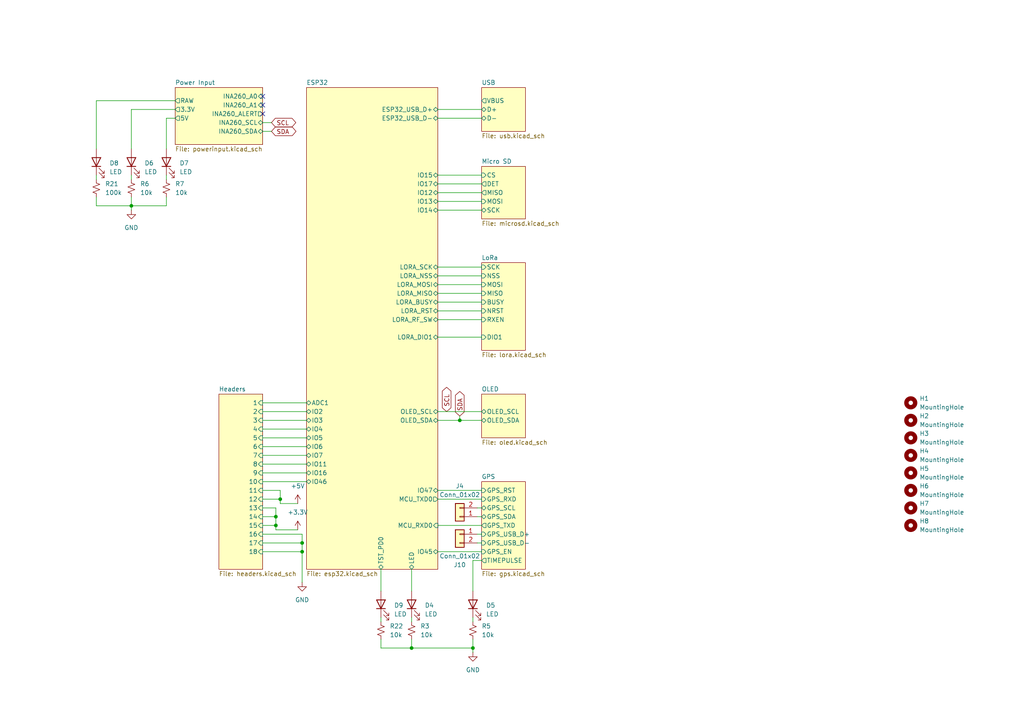
<source format=kicad_sch>
(kicad_sch (version 20250114) (generator "eeschema") (generator_version "9.0")
  (paper "A4")
  (lib_symbols
    (symbol "Connector_Generic:Conn_01x02" (pin_names (offset 1.016) (hide yes))
      (property "Reference" "J" (at 0 2.54 0))
      (property "Value" "Conn_01x02" (at 0 -5.08 0))
      (symbol "Conn_01x02_1_1"
        (rectangle (start -1.27 1.27) (end 1.27 -3.81) (stroke (width 0.254)) (fill (type background)))
        (rectangle (start -1.27 0.127) (end 0 -0.127) (stroke (width 0.1524)))
        (rectangle (start -1.27 -2.413) (end 0 -2.667) (stroke (width 0.1524)))
        (pin passive line (at -5.08 0 0) (length 3.81) (name "Pin_1") (number "1"))
        (pin passive line (at -5.08 -2.54 0) (length 3.81) (name "Pin_2") (number "2"))
      )
    )
    (symbol "Device:LED" (pin_numbers (hide yes)) (pin_names (offset 1.016) (hide yes))
      (property "Reference" "D" (at 0 2.54 0))
      (property "Value" "LED" (at 0 -2.54 0))
      (symbol "LED_0_1"
        (polyline (pts (xy -3.048 -0.762) (xy -4.572 -2.286) (xy -3.81 -2.286) (xy -4.572 -2.286) (xy -4.572 -1.524)))
        (polyline (pts (xy -1.778 -0.762) (xy -3.302 -2.286) (xy -2.54 -2.286) (xy -3.302 -2.286) (xy -3.302 -1.524)))
        (polyline (pts (xy -1.27 0) (xy 1.27 0)))
        (polyline (pts (xy -1.27 -1.27) (xy -1.27 1.27)) (stroke (width 0.254)))
        (polyline (pts (xy 1.27 -1.27) (xy 1.27 1.27) (xy -1.27 0) (xy 1.27 -1.27)) (stroke (width 0.254)))
      )
      (symbol "LED_1_1"
        (pin passive line (at -3.81 0 0) (length 2.54) (name "K") (number "1"))
        (pin passive line (at 3.81 0 180) (length 2.54) (name "A") (number "2"))
      )
    )
    (symbol "Device:R_Small_US" (pin_numbers (hide yes)) (pin_names (offset 0.254) (hide yes))
      (property "Reference" "R" (at 0.762 0.508 0))
      (property "Value" "R_Small_US" (at 0.762 -1.016 0))
      (symbol "R_Small_US_1_1"
        (polyline (pts (xy 0 1.524) (xy 1.016 1.143) (xy 0 0.762) (xy -1.016 0.381) (xy 0 0)))
        (polyline (pts (xy 0 0) (xy 1.016 -0.381) (xy 0 -0.762) (xy -1.016 -1.143) (xy 0 -1.524)))
        (pin passive line (at 0 2.54 270) (length 1.016) (name "~") (number "1"))
        (pin passive line (at 0 -2.54 90) (length 1.016) (name "~") (number "2"))
      )
    )
    (symbol "Mechanical:MountingHole" (pin_names (offset 1.016)) (in_bom no)
      (property "Reference" "H" (at 0 5.08 0))
      (property "Value" "MountingHole" (at 0 3.175 0))
      (symbol "MountingHole_0_1"
        (circle (center 0 0) (radius 1.27) (stroke (width 1.27)))
      )
    )
    (symbol "power:+3.3V" (power) (pin_numbers (hide yes)) (pin_names (offset 0) (hide yes))
      (property "Value" "+3.3V" (at 0 3.556 0))
      (symbol "+3.3V_0_1"
        (polyline (pts (xy -0.762 1.27) (xy 0 2.54)))
        (polyline (pts (xy 0 2.54) (xy 0.762 1.27)))
        (polyline (pts (xy 0 0) (xy 0 2.54)))
      )
      (symbol "+3.3V_1_1"
        (pin power_in line (at 0 0 90) (length 0) (name "~") (number "1"))
      )
    )
    (symbol "power:+5V" (power) (pin_numbers (hide yes)) (pin_names (offset 0) (hide yes))
      (property "Value" "+5V" (at 0 3.556 0))
      (symbol "+5V_0_1"
        (polyline (pts (xy -0.762 1.27) (xy 0 2.54)))
        (polyline (pts (xy 0 2.54) (xy 0.762 1.27)))
        (polyline (pts (xy 0 0) (xy 0 2.54)))
      )
      (symbol "+5V_1_1"
        (pin power_in line (at 0 0 90) (length 0) (name "~") (number "1"))
      )
    )
    (symbol "power:GND" (power) (pin_numbers (hide yes)) (pin_names (offset 0) (hide yes))
      (property "Value" "GND" (at 0 -3.81 0))
      (symbol "GND_0_1"
        (polyline (pts (xy 0 0) (xy 0 -1.27) (xy 1.27 -1.27) (xy 0 -2.54) (xy -1.27 -1.27) (xy 0 -1.27)))
      )
      (symbol "GND_1_1"
        (pin power_in line (at 0 0 270) (length 0) (name "~") (number "1"))
      )
    )
  )
  (junction (at 81.28 144.78))
  (junction (at 80.01 152.4))
  (junction (at 133.35 121.92))
  (junction (at 119.38 187.96))
  (junction (at 137.16 187.96))
  (junction (at 38.1 59.69))
  (junction (at 87.63 160.02))
  (junction (at 80.01 149.86))
  (junction (at 87.63 157.48))
  (no_connect (at 76.2 33.02))
  (no_connect (at 76.2 27.94))
  (no_connect (at 76.2 30.48))
  (wire (pts (xy 76.2 147.32) (xy 80.01 147.32)))
  (wire (pts (xy 119.38 185.42) (xy 119.38 187.96)))
  (wire (pts (xy 38.1 57.15) (xy 38.1 59.69)))
  (wire (pts (xy 119.38 179.07) (xy 119.38 180.34)))
  (wire (pts (xy 127 152.4) (xy 139.7 152.4)))
  (wire (pts (xy 133.35 120.65) (xy 133.35 121.92)))
  (wire (pts (xy 81.28 144.78) (xy 81.28 142.24)))
  (wire (pts (xy 48.26 43.18) (xy 48.26 34.29)))
  (wire (pts (xy 127 53.34) (xy 139.7 53.34)))
  (wire (pts (xy 127 31.75) (xy 139.7 31.75)))
  (wire (pts (xy 119.38 165.1) (xy 119.38 171.45)))
  (wire (pts (xy 27.94 50.8) (xy 27.94 52.07)))
  (wire (pts (xy 76.2 134.62) (xy 88.9 134.62)))
  (wire (pts (xy 76.2 119.38) (xy 88.9 119.38)))
  (wire (pts (xy 50.8 31.75) (xy 38.1 31.75)))
  (wire (pts (xy 76.2 152.4) (xy 80.01 152.4)))
  (wire (pts (xy 127 142.24) (xy 139.7 142.24)))
  (wire (pts (xy 127 77.47) (xy 139.7 77.47)))
  (wire (pts (xy 127 80.01) (xy 139.7 80.01)))
  (wire (pts (xy 80.01 147.32) (xy 80.01 149.86)))
  (wire (pts (xy 76.2 139.7) (xy 88.9 139.7)))
  (wire (pts (xy 81.28 146.05) (xy 81.28 144.78)))
  (wire (pts (xy 80.01 153.67) (xy 80.01 152.4)))
  (wire (pts (xy 48.26 50.8) (xy 48.26 52.07)))
  (wire (pts (xy 76.2 129.54) (xy 88.9 129.54)))
  (wire (pts (xy 127 82.55) (xy 139.7 82.55)))
  (wire (pts (xy 110.49 185.42) (xy 110.49 187.96)))
  (wire (pts (xy 27.94 57.15) (xy 27.94 59.69)))
  (wire (pts (xy 127 34.29) (xy 139.7 34.29)))
  (wire (pts (xy 76.2 124.46) (xy 88.9 124.46)))
  (wire (pts (xy 127 55.88) (xy 139.7 55.88)))
  (wire (pts (xy 110.49 179.07) (xy 110.49 180.34)))
  (wire (pts (xy 76.2 127) (xy 88.9 127)))
  (wire (pts (xy 38.1 50.8) (xy 38.1 52.07)))
  (wire (pts (xy 76.2 116.84) (xy 88.9 116.84)))
  (wire (pts (xy 48.26 57.15) (xy 48.26 59.69)))
  (wire (pts (xy 110.49 187.96) (xy 119.38 187.96)))
  (wire (pts (xy 80.01 152.4) (xy 80.01 149.86)))
  (wire (pts (xy 87.63 168.91) (xy 87.63 160.02)))
  (wire (pts (xy 127 60.96) (xy 139.7 60.96)))
  (wire (pts (xy 48.26 34.29) (xy 50.8 34.29)))
  (wire (pts (xy 87.63 154.94) (xy 87.63 157.48)))
  (wire (pts (xy 137.16 179.07) (xy 137.16 180.34)))
  (wire (pts (xy 76.2 137.16) (xy 88.9 137.16)))
  (wire (pts (xy 38.1 31.75) (xy 38.1 43.18)))
  (wire (pts (xy 127 50.8) (xy 139.7 50.8)))
  (wire (pts (xy 137.16 171.45) (xy 137.16 162.56)))
  (wire (pts (xy 76.2 121.92) (xy 88.9 121.92)))
  (wire (pts (xy 127 87.63) (xy 139.7 87.63)))
  (wire (pts (xy 76.2 38.1) (xy 78.74 38.1)))
  (wire (pts (xy 127 160.02) (xy 139.7 160.02)))
  (wire (pts (xy 133.35 121.92) (xy 139.7 121.92)))
  (wire (pts (xy 119.38 187.96) (xy 137.16 187.96)))
  (wire (pts (xy 87.63 157.48) (xy 87.63 160.02)))
  (wire (pts (xy 138.43 147.32) (xy 139.7 147.32)))
  (wire (pts (xy 81.28 142.24) (xy 76.2 142.24)))
  (wire (pts (xy 86.36 153.67) (xy 80.01 153.67)))
  (wire (pts (xy 38.1 59.69) (xy 38.1 60.96)))
  (wire (pts (xy 137.16 162.56) (xy 139.7 162.56)))
  (wire (pts (xy 127 85.09) (xy 139.7 85.09)))
  (wire (pts (xy 86.36 146.05) (xy 81.28 146.05)))
  (wire (pts (xy 76.2 154.94) (xy 87.63 154.94)))
  (wire (pts (xy 27.94 29.21) (xy 50.8 29.21)))
  (wire (pts (xy 87.63 160.02) (xy 76.2 160.02)))
  (wire (pts (xy 127 97.79) (xy 139.7 97.79)))
  (wire (pts (xy 38.1 59.69) (xy 48.26 59.69)))
  (wire (pts (xy 76.2 35.56) (xy 78.74 35.56)))
  (wire (pts (xy 127 92.71) (xy 139.7 92.71)))
  (wire (pts (xy 137.16 187.96) (xy 137.16 189.23)))
  (wire (pts (xy 138.43 149.86) (xy 139.7 149.86)))
  (wire (pts (xy 127 90.17) (xy 139.7 90.17)))
  (wire (pts (xy 127 144.78) (xy 139.7 144.78)))
  (wire (pts (xy 137.16 187.96) (xy 137.16 185.42)))
  (wire (pts (xy 138.43 154.94) (xy 139.7 154.94)))
  (wire (pts (xy 127 119.38) (xy 139.7 119.38)))
  (wire (pts (xy 127 121.92) (xy 133.35 121.92)))
  (wire (pts (xy 76.2 157.48) (xy 87.63 157.48)))
  (wire (pts (xy 27.94 59.69) (xy 38.1 59.69)))
  (wire (pts (xy 76.2 132.08) (xy 88.9 132.08)))
  (wire (pts (xy 27.94 43.18) (xy 27.94 29.21)))
  (wire (pts (xy 138.43 157.48) (xy 139.7 157.48)))
  (wire (pts (xy 110.49 165.1) (xy 110.49 171.45)))
  (wire (pts (xy 127 58.42) (xy 139.7 58.42)))
  (wire (pts (xy 76.2 144.78) (xy 81.28 144.78)))
  (wire (pts (xy 80.01 149.86) (xy 76.2 149.86)))
  (global_label "SDA" (shape bidirectional) (at 78.74 38.1 0) (property "Intersheetrefs" "${INTERSHEET_REFS}" (effects (hide yes))))
  (global_label "SCL" (shape bidirectional) (at 78.74 35.56 0) (property "Intersheetrefs" "${INTERSHEET_REFS}" (effects (hide yes))))
  (global_label "SDA" (shape bidirectional) (at 133.35 120.65 90) (property "Intersheetrefs" "${INTERSHEET_REFS}" (effects (hide yes))))
  (global_label "SCL" (shape bidirectional) (at 129.54 119.38 90) (property "Intersheetrefs" "${INTERSHEET_REFS}" (effects (hide yes))))
  (symbol (lib_id "Device:LED") (at 48.26 46.99 90) (unit 1)
    (property "Reference" "D7" (at 52.07 47.3074 90) (effects (justify right)))
    (property "Value" "LED" (at 52.07 49.8474 90) (effects (justify right)))
    (property "Footprint" "LED_THT:LED_D5.0mm" (effects (hide yes)))
    (property "Description" "Light emitting diode" (effects (hide yes)))
    (property "Sim.Pins" "1=K 2=A" (effects (hide yes)))
  )
  (symbol (lib_id "Device:LED") (at 38.1 46.99 90) (unit 1)
    (property "Reference" "D6" (at 41.91 47.3074 90) (effects (justify right)))
    (property "Value" "LED" (at 41.91 49.8474 90) (effects (justify right)))
    (property "Footprint" "LED_THT:LED_D5.0mm" (effects (hide yes)))
    (property "Description" "Light emitting diode" (effects (hide yes)))
    (property "Sim.Pins" "1=K 2=A" (effects (hide yes)))
  )
  (symbol (lib_id "Connector_Generic:Conn_01x02") (at 133.35 154.94 0) (mirror y) (unit 1)
    (property "Reference" "J10" (at 133.35 163.83 0))
    (property "Value" "Conn_01x02" (at 133.35 161.29 0))
    (property "Footprint" "Connector_PinSocket_2.54mm:PinSocket_1x02_P2.54mm_Vertical" (effects (hide yes)))
    (property "Description" "Generic connector, single row, 01x02, script generated (kicad-library-utils/schlib/autogen/connector/)" (effects (hide yes)))
  )
  (symbol (lib_id "Mechanical:MountingHole") (at 264.16 121.92 0) (unit 1) (in_bom no)
    (property "Reference" "H2" (at 266.7 120.6499 0) (effects (justify left)))
    (property "Value" "MountingHole" (at 266.7 123.1899 0) (effects (justify left)))
    (property "Footprint" "MountingHole:MountingHole_3.2mm_M3" (effects (hide yes)))
    (property "Description" "Mounting Hole without connection" (effects (hide yes)))
  )
  (symbol (lib_id "power:GND") (at 87.63 168.91 0) (unit 1)
    (property "Reference" "#PWR045" (effects (hide yes)))
    (property "Value" "GND" (at 87.63 173.99 0))
    (property "Description" "Power symbol creates a global label with name \"GND\" , ground" (effects (hide yes)))
  )
  (symbol (lib_id "Mechanical:MountingHole") (at 264.16 116.84 0) (unit 1) (in_bom no)
    (property "Reference" "H1" (at 266.7 115.5699 0) (effects (justify left)))
    (property "Value" "MountingHole" (at 266.7 118.1099 0) (effects (justify left)))
    (property "Footprint" "MountingHole:MountingHole_3.2mm_M3" (effects (hide yes)))
    (property "Description" "Mounting Hole without connection" (effects (hide yes)))
  )
  (symbol (lib_id "Device:R_Small_US") (at 38.1 54.61 0) (unit 1)
    (property "Reference" "R6" (at 40.64 53.3399 0) (effects (justify left)))
    (property "Value" "10k" (at 40.64 55.8799 0) (effects (justify left)))
    (property "Footprint" "Resistor_THT:R_Axial_DIN0204_L3.6mm_D1.6mm_P2.54mm_Vertical" (effects (hide yes)))
    (property "Description" "Resistor, small US symbol" (effects (hide yes)))
  )
  (symbol (lib_id "power:+5V") (at 86.36 146.05 0) (unit 1)
    (property "Reference" "#PWR046" (effects (hide yes)))
    (property "Value" "+5V" (at 86.36 140.97 0))
    (property "Description" "Power symbol creates a global label with name \"+5V\"" (effects (hide yes)))
  )
  (symbol (lib_id "power:+3.3V") (at 86.36 153.67 0) (unit 1)
    (property "Reference" "#PWR047" (effects (hide yes)))
    (property "Value" "+3.3V" (at 86.36 148.59 0))
    (property "Description" "Power symbol creates a global label with name \"+3.3V\"" (effects (hide yes)))
  )
  (symbol (lib_id "Device:R_Small_US") (at 27.94 54.61 0) (unit 1)
    (property "Reference" "R21" (at 30.48 53.3399 0) (effects (justify left)))
    (property "Value" "100k" (at 30.48 55.8799 0) (effects (justify left)))
    (property "Footprint" "Resistor_THT:R_Axial_DIN0204_L3.6mm_D1.6mm_P2.54mm_Vertical" (effects (hide yes)))
    (property "Description" "Resistor, small US symbol" (effects (hide yes)))
  )
  (symbol (lib_id "power:GND") (at 137.16 189.23 0) (unit 1)
    (property "Reference" "#PWR043" (effects (hide yes)))
    (property "Value" "GND" (at 137.16 194.31 0))
    (property "Description" "Power symbol creates a global label with name \"GND\" , ground" (effects (hide yes)))
  )
  (symbol (lib_id "Mechanical:MountingHole") (at 264.16 142.24 0) (unit 1) (in_bom no)
    (property "Reference" "H6" (at 266.7 140.9699 0) (effects (justify left)))
    (property "Value" "MountingHole" (at 266.7 143.5099 0) (effects (justify left)))
    (property "Footprint" "MountingHole:MountingHole_3.2mm_M3" (effects (hide yes)))
    (property "Description" "Mounting Hole without connection" (effects (hide yes)))
  )
  (symbol (lib_id "Device:LED") (at 110.49 175.26 90) (unit 1)
    (property "Reference" "D9" (at 114.3 175.5774 90) (effects (justify right)))
    (property "Value" "LED" (at 114.3 178.1174 90) (effects (justify right)))
    (property "Footprint" "LED_THT:LED_D5.0mm" (effects (hide yes)))
    (property "Description" "Light emitting diode" (effects (hide yes)))
    (property "Sim.Pins" "1=K 2=A" (effects (hide yes)))
  )
  (symbol (lib_id "Device:R_Small_US") (at 137.16 182.88 0) (unit 1)
    (property "Reference" "R5" (at 139.7 181.6099 0) (effects (justify left)))
    (property "Value" "10k" (at 139.7 184.1499 0) (effects (justify left)))
    (property "Footprint" "Resistor_THT:R_Axial_DIN0204_L3.6mm_D1.6mm_P2.54mm_Vertical" (effects (hide yes)))
    (property "Description" "Resistor, small US symbol" (effects (hide yes)))
  )
  (symbol (lib_id "Connector_Generic:Conn_01x02") (at 133.35 149.86 180) (unit 1)
    (property "Reference" "J4" (at 133.35 140.97 0))
    (property "Value" "Conn_01x02" (at 133.35 143.51 0))
    (property "Footprint" "Connector_PinSocket_2.54mm:PinSocket_1x02_P2.54mm_Vertical" (effects (hide yes)))
    (property "Description" "Generic connector, single row, 01x02, script generated (kicad-library-utils/schlib/autogen/connector/)" (effects (hide yes)))
  )
  (symbol (lib_id "Device:R_Small_US") (at 119.38 182.88 0) (unit 1)
    (property "Reference" "R3" (at 121.92 181.6099 0) (effects (justify left)))
    (property "Value" "10k" (at 121.92 184.1499 0) (effects (justify left)))
    (property "Footprint" "Resistor_THT:R_Axial_DIN0204_L3.6mm_D1.6mm_P2.54mm_Vertical" (effects (hide yes)))
    (property "Description" "Resistor, small US symbol" (effects (hide yes)))
  )
  (symbol (lib_id "Mechanical:MountingHole") (at 264.16 147.32 0) (unit 1) (in_bom no)
    (property "Reference" "H7" (at 266.7 146.0499 0) (effects (justify left)))
    (property "Value" "MountingHole" (at 266.7 148.5899 0) (effects (justify left)))
    (property "Footprint" "MountingHole:MountingHole_3.2mm_M3" (effects (hide yes)))
    (property "Description" "Mounting Hole without connection" (effects (hide yes)))
  )
  (symbol (lib_id "Device:LED") (at 137.16 175.26 90) (unit 1)
    (property "Reference" "D5" (at 140.97 175.5774 90) (effects (justify right)))
    (property "Value" "LED" (at 140.97 178.1174 90) (effects (justify right)))
    (property "Footprint" "LED_THT:LED_D5.0mm" (effects (hide yes)))
    (property "Description" "Light emitting diode" (effects (hide yes)))
    (property "Sim.Pins" "1=K 2=A" (effects (hide yes)))
  )
  (symbol (lib_id "Mechanical:MountingHole") (at 264.16 127 0) (unit 1) (in_bom no)
    (property "Reference" "H3" (at 266.7 125.7299 0) (effects (justify left)))
    (property "Value" "MountingHole" (at 266.7 128.2699 0) (effects (justify left)))
    (property "Footprint" "MountingHole:MountingHole_3.2mm_M3" (effects (hide yes)))
    (property "Description" "Mounting Hole without connection" (effects (hide yes)))
  )
  (symbol (lib_id "Mechanical:MountingHole") (at 264.16 132.08 0) (unit 1) (in_bom no)
    (property "Reference" "H4" (at 266.7 130.8099 0) (effects (justify left)))
    (property "Value" "MountingHole" (at 266.7 133.3499 0) (effects (justify left)))
    (property "Footprint" "MountingHole:MountingHole_3.2mm_M3" (effects (hide yes)))
    (property "Description" "Mounting Hole without connection" (effects (hide yes)))
  )
  (symbol (lib_id "Device:LED") (at 119.38 175.26 90) (unit 1)
    (property "Reference" "D4" (at 123.19 175.5774 90) (effects (justify right)))
    (property "Value" "LED" (at 123.19 178.1174 90) (effects (justify right)))
    (property "Footprint" "LED_THT:LED_D5.0mm" (effects (hide yes)))
    (property "Description" "Light emitting diode" (effects (hide yes)))
    (property "Sim.Pins" "1=K 2=A" (effects (hide yes)))
  )
  (symbol (lib_id "Device:R_Small_US") (at 110.49 182.88 0) (unit 1)
    (property "Reference" "R22" (at 113.03 181.6099 0) (effects (justify left)))
    (property "Value" "10k" (at 113.03 184.1499 0) (effects (justify left)))
    (property "Footprint" "Resistor_THT:R_Axial_DIN0204_L3.6mm_D1.6mm_P2.54mm_Vertical" (effects (hide yes)))
    (property "Description" "Resistor, small US symbol" (effects (hide yes)))
  )
  (symbol (lib_id "power:GND") (at 38.1 60.96 0) (unit 1)
    (property "Reference" "#PWR044" (effects (hide yes)))
    (property "Value" "GND" (at 38.1 66.04 0))
    (property "Description" "Power symbol creates a global label with name \"GND\" , ground" (effects (hide yes)))
  )
  (symbol (lib_id "Mechanical:MountingHole") (at 264.16 137.16 0) (unit 1) (in_bom no)
    (property "Reference" "H5" (at 266.7 135.8899 0) (effects (justify left)))
    (property "Value" "MountingHole" (at 266.7 138.4299 0) (effects (justify left)))
    (property "Footprint" "MountingHole:MountingHole_3.2mm_M3" (effects (hide yes)))
    (property "Description" "Mounting Hole without connection" (effects (hide yes)))
  )
  (symbol (lib_id "Device:LED") (at 27.94 46.99 90) (unit 1)
    (property "Reference" "D8" (at 31.75 47.3074 90) (effects (justify right)))
    (property "Value" "LED" (at 31.75 49.8474 90) (effects (justify right)))
    (property "Footprint" "LED_THT:LED_D5.0mm" (effects (hide yes)))
    (property "Description" "Light emitting diode" (effects (hide yes)))
    (property "Sim.Pins" "1=K 2=A" (effects (hide yes)))
  )
  (symbol (lib_id "Mechanical:MountingHole") (at 264.16 152.4 0) (unit 1) (in_bom no)
    (property "Reference" "H8" (at 266.7 151.1299 0) (effects (justify left)))
    (property "Value" "MountingHole" (at 266.7 153.6699 0) (effects (justify left)))
    (property "Footprint" "MountingHole:MountingHole_3.2mm_M3" (effects (hide yes)))
    (property "Description" "Mounting Hole without connection" (effects (hide yes)))
  )
  (symbol (lib_id "Device:R_Small_US") (at 48.26 54.61 0) (unit 1)
    (property "Reference" "R7" (at 50.8 53.3399 0) (effects (justify left)))
    (property "Value" "10k" (at 50.8 55.8799 0) (effects (justify left)))
    (property "Footprint" "Resistor_THT:R_Axial_DIN0204_L3.6mm_D1.6mm_P2.54mm_Vertical" (effects (hide yes)))
    (property "Description" "Resistor, small US symbol" (effects (hide yes)))
  )
  (sheet (at 139.7 48.26) (size 12.7 15.24) (stroke (width 0.1524)) (fill (color 255 255 194 1.0000))
    (property "Sheetname" "Micro SD" (at 139.7 47.5484 0) (effects (justify left bottom)))
    (property "Sheetfile" "microsd.kicad_sch" (at 139.7 64.0846 0) (effects (justify left top)))
    (pin "CS" input (at 139.7 50.8 180))
    (pin "DET" output (at 139.7 53.34 180))
    (pin "MISO" output (at 139.7 55.88 180))
    (pin "MOSI" input (at 139.7 58.42 180))
    (pin "SCK" bidirectional (at 139.7 60.96 180))
  )
  (sheet (at 139.7 76.2) (size 12.7 25.4) (stroke (width 0.1524)) (fill (color 255 255 194 1.0000))
    (property "Sheetname" "LoRa" (at 139.7 75.4884 0) (effects (justify left bottom)))
    (property "Sheetfile" "lora.kicad_sch" (at 139.7 102.1846 0) (effects (justify left top)))
    (pin "DIO1" input (at 139.7 97.79 180))
    (pin "MISO" input (at 139.7 85.09 180))
    (pin "MOSI" input (at 139.7 82.55 180))
    (pin "NSS" input (at 139.7 80.01 180))
    (pin "SCK" input (at 139.7 77.47 180))
    (pin "BUSY" input (at 139.7 87.63 180))
    (pin "NRST" input (at 139.7 90.17 180))
    (pin "RXEN" input (at 139.7 92.71 180))
  )
  (sheet (at 63.5 114.3) (size 12.7 50.8) (stroke (width 0.1524)) (fill (color 255 255 194 1.0000))
    (property "Sheetname" "Headers" (at 63.5 113.5884 0) (effects (justify left bottom)))
    (property "Sheetfile" "headers.kicad_sch" (at 63.5 165.6846 0) (effects (justify left top)))
    (pin "1" input (at 76.2 116.84 0))
    (pin "2" input (at 76.2 119.38 0))
    (pin "3" input (at 76.2 121.92 0))
    (pin "4" input (at 76.2 124.46 0))
    (pin "5" input (at 76.2 127 0))
    (pin "6" input (at 76.2 129.54 0))
    (pin "7" input (at 76.2 132.08 0))
    (pin "8" input (at 76.2 134.62 0))
    (pin "9" input (at 76.2 137.16 0))
    (pin "10" input (at 76.2 139.7 0))
    (pin "11" input (at 76.2 142.24 0))
    (pin "12" input (at 76.2 144.78 0))
    (pin "13" input (at 76.2 147.32 0))
    (pin "14" input (at 76.2 149.86 0))
    (pin "15" input (at 76.2 152.4 0))
    (pin "16" input (at 76.2 154.94 0))
    (pin "17" input (at 76.2 157.48 0))
    (pin "18" input (at 76.2 160.02 0))
  )
  (sheet (at 139.7 114.3) (size 12.7 12.7) (stroke (width 0.1524)) (fill (color 255 255 194 1.0000))
    (property "Sheetname" "OLED" (at 139.7 113.5884 0) (effects (justify left bottom)))
    (property "Sheetfile" "oled.kicad_sch" (at 139.7 127.5846 0) (effects (justify left top)))
    (pin "OLED_SCL" bidirectional (at 139.7 119.38 180))
    (pin "OLED_SDA" bidirectional (at 139.7 121.92 180))
  )
  (sheet (at 88.9 25.4) (size 38.1 139.7) (stroke (width 0.1524)) (fill (color 255 255 194 1.0000))
    (property "Sheetname" "ESP32" (at 88.9 24.6884 0) (effects (justify left bottom)))
    (property "Sheetfile" "esp32.kicad_sch" (at 88.9 165.6846 0) (effects (justify left top)))
    (pin "ESP32_USB_D+" bidirectional (at 127 31.75 0))
    (pin "ESP32_USB_D-" bidirectional (at 127 34.29 0))
    (pin "IO2" bidirectional (at 88.9 119.38 180))
    (pin "IO3" bidirectional (at 88.9 121.92 180))
    (pin "IO12" bidirectional (at 127 55.88 0))
    (pin "IO13" bidirectional (at 127 58.42 0))
    (pin "IO14" bidirectional (at 127 60.96 0))
    (pin "IO15" bidirectional (at 127 50.8 0))
    (pin "IO17" bidirectional (at 127 53.34 0))
    (pin "IO45" bidirectional (at 127 160.02 0))
    (pin "IO46" bidirectional (at 88.9 139.7 180))
    (pin "IO47" bidirectional (at 127 142.24 0))
    (pin "ADC1" bidirectional (at 88.9 116.84 180))
    (pin "LED" bidirectional (at 119.38 165.1 270))
    (pin "LORA_BUSY" bidirectional (at 127 87.63 0))
    (pin "LORA_DIO1" bidirectional (at 127 97.79 0))
    (pin "LORA_MISO" bidirectional (at 127 85.09 0))
    (pin "LORA_MOSI" bidirectional (at 127 82.55 0))
    (pin "LORA_NSS" bidirectional (at 127 80.01 0))
    (pin "LORA_RF_SW" bidirectional (at 127 92.71 0))
    (pin "LORA_RST" bidirectional (at 127 90.17 0))
    (pin "LORA_SCK" bidirectional (at 127 77.47 0))
    (pin "MCU_RXD0" input (at 127 152.4 0))
    (pin "MCU_TXD0" output (at 127 144.78 0))
    (pin "OLED_SCL" bidirectional (at 127 119.38 0))
    (pin "OLED_SDA" bidirectional (at 127 121.92 0))
    (pin "TST_PD0" bidirectional (at 110.49 165.1 270))
    (pin "IO4" bidirectional (at 88.9 124.46 180))
    (pin "IO5" bidirectional (at 88.9 127 180))
    (pin "IO6" bidirectional (at 88.9 129.54 180))
    (pin "IO7" bidirectional (at 88.9 132.08 180))
    (pin "IO11" bidirectional (at 88.9 134.62 180))
    (pin "IO16" bidirectional (at 88.9 137.16 180))
  )
  (sheet (at 139.7 25.4) (size 12.7 12.7) (stroke (width 0.1524)) (fill (color 255 255 194 1.0000))
    (property "Sheetname" "USB" (at 139.7 24.6884 0) (effects (justify left bottom)))
    (property "Sheetfile" "usb.kicad_sch" (at 139.7 38.6846 0) (effects (justify left top)))
    (pin "D+" bidirectional (at 139.7 31.75 180))
    (pin "D-" bidirectional (at 139.7 34.29 180))
    (pin "VBUS" output (at 139.7 29.21 180))
  )
  (sheet (at 50.8 25.4) (size 25.4 16.51) (stroke (width 0.1524)) (fill (color 255 255 194 1.0000))
    (property "Sheetname" "Power Input" (at 50.8 24.6884 0) (effects (justify left bottom)))
    (property "Sheetfile" "powerinput.kicad_sch" (at 50.8 42.4946 0) (effects (justify left top)))
    (pin "3.3V" output (at 50.8 31.75 180))
    (pin "5V" output (at 50.8 34.29 180))
    (pin "RAW" output (at 50.8 29.21 180))
    (pin "INA260_A0" input (at 76.2 27.94 0))
    (pin "INA260_A1" input (at 76.2 30.48 0))
    (pin "INA260_ALERT" output (at 76.2 33.02 0))
    (pin "INA260_SCL" bidirectional (at 76.2 35.56 0))
    (pin "INA260_SDA" bidirectional (at 76.2 38.1 0))
  )
  (sheet (at 139.7 139.7) (size 12.7 25.4) (stroke (width 0.1524)) (fill (color 255 255 194 1.0000))
    (property "Sheetname" "GPS" (at 139.7 138.9884 0) (effects (justify left bottom)))
    (property "Sheetfile" "gps.kicad_sch" (at 139.7 165.6846 0) (effects (justify left top)))
    (pin "GPS_RST" input (at 139.7 142.24 180))
    (pin "GPS_RXD" input (at 139.7 144.78 180))
    (pin "GPS_SCL" bidirectional (at 139.7 147.32 180))
    (pin "GPS_SDA" bidirectional (at 139.7 149.86 180))
    (pin "GPS_TXD" output (at 139.7 152.4 180))
    (pin "GPS_USB_D+" input (at 139.7 154.94 180))
    (pin "GPS_USB_D-" input (at 139.7 157.48 180))
    (pin "TIMEPULSE" output (at 139.7 162.56 180))
    (pin "GPS_EN" input (at 139.7 160.02 180))
  )
)
</source>
